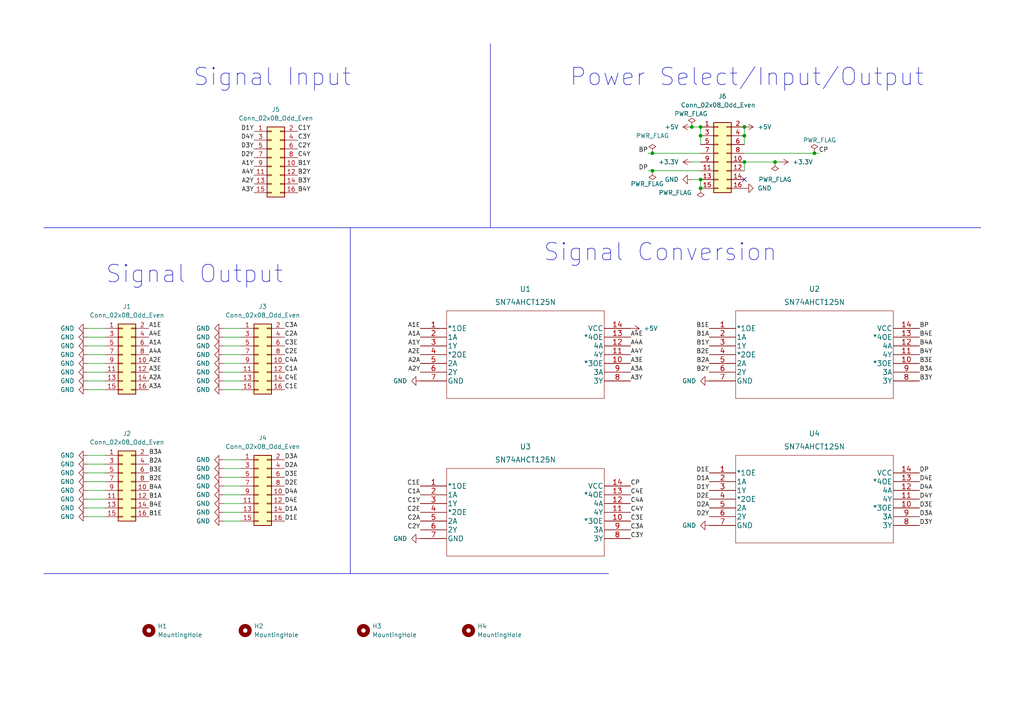
<source format=kicad_sch>
(kicad_sch (version 20230121) (generator eeschema)
  (paper "A4")
  (title_block (title "Buffered Level Shifter") (date "2022-09-12") (rev "4") (company "GrechTech"))
  (lib_symbols
    (symbol "2022-10-11_16-28-30:SN74AHCT125N" (pin_names (offset 0.254))
      (property "Reference" "U" (at 30.48 10.16 0))
      (property "Value" "SN74AHCT125N" (at 30.48 7.62 0))
      (symbol "SN74AHCT125N_1_1"
        (polyline (pts (xy 7.62 -20.32) (xy 53.34 -20.32)) (stroke (width 0.127)))
        (polyline (pts (xy 7.62 5.08) (xy 7.62 -20.32)) (stroke (width 0.127)))
        (polyline (pts (xy 53.34 -20.32) (xy 53.34 5.08)) (stroke (width 0.127)))
        (polyline (pts (xy 53.34 5.08) (xy 7.62 5.08)) (stroke (width 0.127)))
        (pin input line (at 0 0 0) (length 7.62) (name "*1OE") (number "1"))
        (pin input line (at 60.96 -10.16 180) (length 7.62) (name "*3OE") (number "10"))
        (pin unspecified line (at 60.96 -7.62 180) (length 7.62) (name "4Y") (number "11"))
        (pin input line (at 60.96 -5.08 180) (length 7.62) (name "4A") (number "12"))
        (pin input line (at 60.96 -2.54 180) (length 7.62) (name "*4OE") (number "13"))
        (pin power_in line (at 60.96 0 180) (length 7.62) (name "VCC") (number "14"))
        (pin input line (at 0 -2.54 0) (length 7.62) (name "1A") (number "2"))
        (pin unspecified line (at 0 -5.08 0) (length 7.62) (name "1Y") (number "3"))
        (pin input line (at 0 -7.62 0) (length 7.62) (name "*2OE") (number "4"))
        (pin input line (at 0 -10.16 0) (length 7.62) (name "2A") (number "5"))
        (pin unspecified line (at 0 -12.7 0) (length 7.62) (name "2Y") (number "6"))
        (pin power_in line (at 0 -15.24 0) (length 7.62) (name "GND") (number "7"))
        (pin unspecified line (at 60.96 -15.24 180) (length 7.62) (name "3Y") (number "8"))
        (pin input line (at 60.96 -12.7 180) (length 7.62) (name "3A") (number "9"))
      )
    )
    (symbol "Connector_Generic:Conn_02x08_Odd_Even" (pin_names (offset 1.016) hide)
      (property "Reference" "J" (at 1.27 10.16 0))
      (property "Value" "Conn_02x08_Odd_Even" (at 1.27 -12.7 0))
      (symbol "Conn_02x08_Odd_Even_1_1"
        (rectangle (start -1.27 -10.033) (end 0 -10.287) (stroke (width 0.1524)))
        (rectangle (start -1.27 -7.493) (end 0 -7.747) (stroke (width 0.1524)))
        (rectangle (start -1.27 -4.953) (end 0 -5.207) (stroke (width 0.1524)))
        (rectangle (start -1.27 -2.413) (end 0 -2.667) (stroke (width 0.1524)))
        (rectangle (start -1.27 0.127) (end 0 -0.127) (stroke (width 0.1524)))
        (rectangle (start -1.27 2.667) (end 0 2.413) (stroke (width 0.1524)))
        (rectangle (start -1.27 5.207) (end 0 4.953) (stroke (width 0.1524)))
        (rectangle (start -1.27 7.747) (end 0 7.493) (stroke (width 0.1524)))
        (rectangle (start -1.27 8.89) (end 3.81 -11.43) (stroke (width 0.254)) (fill (type background)))
        (rectangle (start 3.81 -10.033) (end 2.54 -10.287) (stroke (width 0.1524)))
        (rectangle (start 3.81 -7.493) (end 2.54 -7.747) (stroke (width 0.1524)))
        (rectangle (start 3.81 -4.953) (end 2.54 -5.207) (stroke (width 0.1524)))
        (rectangle (start 3.81 -2.413) (end 2.54 -2.667) (stroke (width 0.1524)))
        (rectangle (start 3.81 0.127) (end 2.54 -0.127) (stroke (width 0.1524)))
        (rectangle (start 3.81 2.667) (end 2.54 2.413) (stroke (width 0.1524)))
        (rectangle (start 3.81 5.207) (end 2.54 4.953) (stroke (width 0.1524)))
        (rectangle (start 3.81 7.747) (end 2.54 7.493) (stroke (width 0.1524)))
        (pin passive line (at -5.08 7.62 0) (length 3.81) (name "Pin_1") (number "1"))
        (pin passive line (at 7.62 -2.54 180) (length 3.81) (name "Pin_10") (number "10"))
        (pin passive line (at -5.08 -5.08 0) (length 3.81) (name "Pin_11") (number "11"))
        (pin passive line (at 7.62 -5.08 180) (length 3.81) (name "Pin_12") (number "12"))
        (pin passive line (at -5.08 -7.62 0) (length 3.81) (name "Pin_13") (number "13"))
        (pin passive line (at 7.62 -7.62 180) (length 3.81) (name "Pin_14") (number "14"))
        (pin passive line (at -5.08 -10.16 0) (length 3.81) (name "Pin_15") (number "15"))
        (pin passive line (at 7.62 -10.16 180) (length 3.81) (name "Pin_16") (number "16"))
        (pin passive line (at 7.62 7.62 180) (length 3.81) (name "Pin_2") (number "2"))
        (pin passive line (at -5.08 5.08 0) (length 3.81) (name "Pin_3") (number "3"))
        (pin passive line (at 7.62 5.08 180) (length 3.81) (name "Pin_4") (number "4"))
        (pin passive line (at -5.08 2.54 0) (length 3.81) (name "Pin_5") (number "5"))
        (pin passive line (at 7.62 2.54 180) (length 3.81) (name "Pin_6") (number "6"))
        (pin passive line (at -5.08 0 0) (length 3.81) (name "Pin_7") (number "7"))
        (pin passive line (at 7.62 0 180) (length 3.81) (name "Pin_8") (number "8"))
        (pin passive line (at -5.08 -2.54 0) (length 3.81) (name "Pin_9") (number "9"))
      )
    )
    (symbol "Mechanical:MountingHole" (pin_names (offset 1.016))
      (property "Reference" "H" (at 0 5.08 0))
      (property "Value" "MountingHole" (at 0 3.175 0))
      (symbol "MountingHole_0_1"
        (circle (center 0 0) (radius 1.27) (stroke (width 1.27)))
      )
    )
    (symbol "power:+3.3V" (power) (pin_names (offset 0))
      (property "Value" "+3.3V" (at 0 3.556 0))
      (symbol "+3.3V_0_1"
        (polyline (pts (xy -0.762 1.27) (xy 0 2.54)))
        (polyline (pts (xy 0 0) (xy 0 2.54)))
        (polyline (pts (xy 0 2.54) (xy 0.762 1.27)))
      )
      (symbol "+3.3V_1_1"
        (pin power_in line (at 0 0 90) (length 0) hide (name "+3.3V") (number "1"))
      )
    )
    (symbol "power:+5V" (power) (pin_names (offset 0))
      (property "Value" "+5V" (at 0 3.556 0))
      (symbol "+5V_0_1"
        (polyline (pts (xy -0.762 1.27) (xy 0 2.54)))
        (polyline (pts (xy 0 0) (xy 0 2.54)))
        (polyline (pts (xy 0 2.54) (xy 0.762 1.27)))
      )
      (symbol "+5V_1_1"
        (pin power_in line (at 0 0 90) (length 0) hide (name "+5V") (number "1"))
      )
    )
    (symbol "power:GND" (power) (pin_names (offset 0))
      (property "Value" "GND" (at 0 -3.81 0))
      (symbol "GND_0_1"
        (polyline (pts (xy 0 0) (xy 0 -1.27) (xy 1.27 -1.27) (xy 0 -2.54) (xy -1.27 -1.27) (xy 0 -1.27)))
      )
      (symbol "GND_1_1"
        (pin power_in line (at 0 0 270) (length 0) hide (name "GND") (number "1"))
      )
    )
    (symbol "power:PWR_FLAG" (power) (pin_numbers hide) (pin_names (offset 0) hide)
      (property "Value" "PWR_FLAG" (at 0 3.81 0))
      (symbol "PWR_FLAG_0_0"
        (pin power_out line (at 0 0 90) (length 0) (name "pwr") (number "1"))
      )
      (symbol "PWR_FLAG_0_1"
        (polyline (pts (xy 0 0) (xy 0 1.27) (xy -1.016 1.905) (xy 0 2.54) (xy 1.016 1.905) (xy 0 1.27)))
      )
    )
  )
  (junction (at 203.2 54.61))
  (junction (at 189.23 49.53))
  (junction (at 236.22 44.45))
  (junction (at 203.2 36.83))
  (junction (at 189.23 44.45))
  (junction (at 215.9 39.37))
  (junction (at 224.79 46.99))
  (junction (at 215.9 46.99))
  (junction (at 215.9 36.83))
  (junction (at 200.66 36.83))
  (junction (at 203.2 52.07))
  (junction (at 203.2 39.37))
  (no_connect (at 215.9 52.07))
  (wire (pts (xy 25.4 144.78) (xy 30.48 144.78)))
  (wire (pts (xy 25.4 95.25) (xy 30.48 95.25)))
  (wire (pts (xy 215.9 44.45) (xy 236.22 44.45)))
  (wire (pts (xy 64.77 135.89) (xy 69.85 135.89)))
  (wire (pts (xy 25.4 139.7) (xy 30.48 139.7)))
  (wire (pts (xy 64.77 113.03) (xy 69.85 113.03)))
  (wire (pts (xy 187.96 49.53) (xy 189.23 49.53)))
  (wire (pts (xy 64.77 102.87) (xy 69.85 102.87)))
  (wire (pts (xy 64.77 107.95) (xy 69.85 107.95)))
  (wire (pts (xy 200.66 46.99) (xy 203.2 46.99)))
  (wire (pts (xy 64.77 95.25) (xy 69.85 95.25)))
  (wire (pts (xy 25.4 147.32) (xy 30.48 147.32)))
  (wire (pts (xy 64.77 97.79) (xy 69.85 97.79)))
  (wire (pts (xy 64.77 133.35) (xy 69.85 133.35)))
  (wire (pts (xy 64.77 140.97) (xy 69.85 140.97)))
  (wire (pts (xy 224.79 46.99) (xy 226.06 46.99)))
  (wire (pts (xy 64.77 143.51) (xy 69.85 143.51)))
  (wire (pts (xy 189.23 44.45) (xy 187.96 44.45)))
  (wire (pts (xy 25.4 100.33) (xy 30.48 100.33)))
  (wire (pts (xy 25.4 132.08) (xy 30.48 132.08)))
  (polyline (pts (xy 12.7 166.37) (xy 176.53 166.37)))
  (wire (pts (xy 215.9 49.53) (xy 215.9 46.99)))
  (wire (pts (xy 200.66 52.07) (xy 203.2 52.07)))
  (wire (pts (xy 203.2 41.91) (xy 203.2 39.37)))
  (wire (pts (xy 25.4 142.24) (xy 30.48 142.24)))
  (wire (pts (xy 203.2 36.83) (xy 200.66 36.83)))
  (wire (pts (xy 203.2 52.07) (xy 203.2 54.61)))
  (wire (pts (xy 189.23 49.53) (xy 203.2 49.53)))
  (wire (pts (xy 25.4 102.87) (xy 30.48 102.87)))
  (wire (pts (xy 25.4 134.62) (xy 30.48 134.62)))
  (wire (pts (xy 237.49 44.45) (xy 236.22 44.45)))
  (wire (pts (xy 25.4 107.95) (xy 30.48 107.95)))
  (wire (pts (xy 25.4 113.03) (xy 30.48 113.03)))
  (wire (pts (xy 25.4 97.79) (xy 30.48 97.79)))
  (wire (pts (xy 25.4 110.49) (xy 30.48 110.49)))
  (wire (pts (xy 64.77 151.13) (xy 69.85 151.13)))
  (wire (pts (xy 25.4 149.86) (xy 30.48 149.86)))
  (wire (pts (xy 215.9 41.91) (xy 215.9 39.37)))
  (polyline (pts (xy 12.7 66.04) (xy 284.48 66.04)))
  (wire (pts (xy 64.77 105.41) (xy 69.85 105.41)))
  (wire (pts (xy 215.9 46.99) (xy 224.79 46.99)))
  (wire (pts (xy 64.77 146.05) (xy 69.85 146.05)))
  (wire (pts (xy 64.77 148.59) (xy 69.85 148.59)))
  (wire (pts (xy 64.77 110.49) (xy 69.85 110.49)))
  (polyline (pts (xy 142.24 12.7) (xy 142.24 66.04)))
  (polyline (pts (xy 101.6 66.04) (xy 101.6 166.37)))
  (wire (pts (xy 64.77 100.33) (xy 69.85 100.33)))
  (wire (pts (xy 215.9 39.37) (xy 215.9 36.83)))
  (wire (pts (xy 64.77 138.43) (xy 69.85 138.43)))
  (wire (pts (xy 25.4 105.41) (xy 30.48 105.41)))
  (wire (pts (xy 203.2 36.83) (xy 203.2 39.37)))
  (wire (pts (xy 203.2 44.45) (xy 189.23 44.45)))
  (wire (pts (xy 25.4 137.16) (xy 30.48 137.16)))
  (text "Power Select/Input/Output" (at 165.1 25.4 0) (effects (font (size 5 5)) (justify left bottom)))
  (text "Signal Conversion" (at 157.48 76.2 0) (effects (font (size 5 5)) (justify left bottom)))
  (text "Signal Input" (at 55.88 25.4 0) (effects (font (size 5 5)) (justify left bottom)))
  (text "Signal Output" (at 30.48 82.55 0) (effects (font (size 5 5)) (justify left bottom)))
  (label "C2Y" (at 121.92 153.67 180))
  (label "D4A" (at 82.55 143.51 0))
  (label "C2Y" (at 86.36 43.18 0))
  (label "A2E" (at 43.18 105.41 0))
  (label "C3A" (at 82.55 95.25 0))
  (label "A2Y" (at 121.92 107.95 180))
  (label "D4A" (at 266.7 142.24 0))
  (label "D2A" (at 205.74 147.32 180))
  (label "B4Y" (at 266.7 102.87 0))
  (label "D1A" (at 205.74 139.7 180))
  (label "D4E" (at 82.55 146.05 0))
  (label "B1A" (at 43.18 144.78 0))
  (label "C3E" (at 82.55 100.33 0))
  (label "B2Y" (at 205.74 107.95 180))
  (label "BP" (at 266.7 95.25 0))
  (label "A4E" (at 43.18 97.79 0))
  (label "B3E" (at 43.18 137.16 0))
  (label "D2Y" (at 205.74 149.86 180))
  (label "D4Y" (at 266.7 144.78 0))
  (label "A3Y" (at 73.66 55.88 180))
  (label "DP" (at 266.7 137.16 0))
  (label "C4Y" (at 182.88 148.59 0))
  (label "B2A" (at 43.18 134.62 0))
  (label "C1Y" (at 86.36 38.1 0))
  (label "D3Y" (at 266.7 152.4 0))
  (label "B1E" (at 43.18 149.86 0))
  (label "D3E" (at 266.7 147.32 0))
  (label "A1A" (at 121.92 97.79 180))
  (label "C4A" (at 182.88 146.05 0))
  (label "D2A" (at 82.55 135.89 0))
  (label "B1A" (at 205.74 97.79 180))
  (label "C4E" (at 82.55 110.49 0))
  (label "CP" (at 237.49 44.45 0))
  (label "A3E" (at 182.88 105.41 0))
  (label "D3A" (at 82.55 133.35 0))
  (label "C3A" (at 182.88 153.67 0))
  (label "B3A" (at 43.18 132.08 0))
  (label "A3E" (at 43.18 107.95 0))
  (label "B4Y" (at 86.36 55.88 0))
  (label "B4A" (at 266.7 100.33 0))
  (label "D2E" (at 82.55 140.97 0))
  (label "A3A" (at 43.18 113.03 0))
  (label "DP" (at 187.96 49.53 180))
  (label "A4A" (at 182.88 100.33 0))
  (label "D3Y" (at 73.66 43.18 180))
  (label "B1Y" (at 86.36 48.26 0))
  (label "C3Y" (at 182.88 156.21 0))
  (label "B3A" (at 266.7 107.95 0))
  (label "D2E" (at 205.74 144.78 180))
  (label "C1E" (at 82.55 113.03 0))
  (label "D4E" (at 266.7 139.7 0))
  (label "B3E" (at 266.7 105.41 0))
  (label "A4E" (at 182.88 97.79 0))
  (label "B1Y" (at 205.74 100.33 180))
  (label "C4A" (at 82.55 105.41 0))
  (label "C1Y" (at 121.92 146.05 180))
  (label "D4Y" (at 73.66 40.64 180))
  (label "B4A" (at 43.18 142.24 0))
  (label "D1Y" (at 73.66 38.1 180))
  (label "A2Y" (at 73.66 53.34 180))
  (label "A1Y" (at 121.92 100.33 180))
  (label "D3E" (at 82.55 138.43 0))
  (label "D1E" (at 205.74 137.16 180))
  (label "CP" (at 182.88 140.97 0))
  (label "C3Y" (at 86.36 40.64 0))
  (label "C2E" (at 82.55 102.87 0))
  (label "D2Y" (at 73.66 45.72 180))
  (label "D3A" (at 266.7 149.86 0))
  (label "A2E" (at 121.92 102.87 180))
  (label "B2A" (at 205.74 105.41 180))
  (label "A1E" (at 43.18 95.25 0))
  (label "B2Y" (at 86.36 50.8 0))
  (label "A2A" (at 121.92 105.41 180))
  (label "C1E" (at 121.92 140.97 180))
  (label "A1A" (at 43.18 100.33 0))
  (label "B3Y" (at 266.7 110.49 0))
  (label "B3Y" (at 86.36 53.34 0))
  (label "A1E" (at 121.92 95.25 180))
  (label "D1Y" (at 205.74 142.24 180))
  (label "B1E" (at 205.74 95.25 180))
  (label "C4E" (at 182.88 143.51 0))
  (label "BP" (at 187.96 44.45 180))
  (label "A4A" (at 43.18 102.87 0))
  (label "A3Y" (at 182.88 110.49 0))
  (label "B2E" (at 205.74 102.87 180))
  (label "A2A" (at 43.18 110.49 0))
  (label "C2A" (at 121.92 151.13 180))
  (label "C2A" (at 82.55 97.79 0))
  (label "A4Y" (at 73.66 50.8 180))
  (label "C1A" (at 82.55 107.95 0))
  (label "B4E" (at 266.7 97.79 0))
  (label "C3E" (at 182.88 151.13 0))
  (label "A1Y" (at 73.66 48.26 180))
  (label "D1A" (at 82.55 148.59 0))
  (label "D1E" (at 82.55 151.13 0))
  (label "C2E" (at 121.92 148.59 180))
  (label "B4E" (at 43.18 147.32 0))
  (label "C4Y" (at 86.36 45.72 0))
  (label "A3A" (at 182.88 107.95 0))
  (label "C1A" (at 121.92 143.51 180))
  (label "B2E" (at 43.18 139.7 0))
  (label "A4Y" (at 182.88 102.87 0))
  (symbol (lib_id "power:GND") (at 25.4 113.03 270) (unit 1)
    (property "Reference" "#PWR0137" (effects hide))
    (property "Value" "GND" (at 21.59 113.0299 90) (effects (justify right)))
  )
  (symbol (lib_id "power:GND") (at 25.4 144.78 270) (unit 1)
    (property "Reference" "#PWR0143" (effects hide))
    (property "Value" "GND" (at 21.59 144.7799 90) (effects (justify right)))
  )
  (symbol (lib_id "power:GND") (at 25.4 147.32 270) (unit 1)
    (property "Reference" "#PWR0145" (effects hide))
    (property "Value" "GND" (at 21.59 147.3199 90) (effects (justify right)))
  )
  (symbol (lib_id "power:GND") (at 25.4 142.24 270) (unit 1)
    (property "Reference" "#PWR0142" (effects hide))
    (property "Value" "GND" (at 21.59 142.2399 90) (effects (justify right)))
  )
  (symbol (lib_id "Connector_Generic:Conn_02x08_Odd_Even") (at 35.56 139.7 0) (unit 1)
    (property "Reference" "J2" (at 36.83 125.73 0))
    (property "Value" "Conn_02x08_Odd_Even" (at 36.83 128.27 0))
    (property "Footprint" "Connector_PinHeader_2.54mm:PinHeader_2x08_P2.54mm_Vertical" (effects hide))
  )
  (symbol (lib_id "power:GND") (at 25.4 105.41 270) (unit 1)
    (property "Reference" "#PWR0132" (effects hide))
    (property "Value" "GND" (at 21.59 105.4099 90) (effects (justify right)))
  )
  (symbol (lib_id "Connector_Generic:Conn_02x08_Odd_Even") (at 74.93 140.97 0) (unit 1)
    (property "Reference" "J4" (at 76.2 127 0))
    (property "Value" "Conn_02x08_Odd_Even" (at 76.2 129.54 0))
    (property "Footprint" "Connector_PinHeader_2.54mm:PinHeader_2x08_P2.54mm_Vertical" (effects hide))
  )
  (symbol (lib_id "power:GND") (at 25.4 100.33 270) (unit 1)
    (property "Reference" "#PWR0135" (effects hide))
    (property "Value" "GND" (at 21.59 100.3299 90) (effects (justify right)))
  )
  (symbol (lib_id "power:PWR_FLAG") (at 224.79 46.99 0) (mirror x) (unit 1)
    (property "Reference" "#FLG0101" (effects hide))
    (property "Value" "PWR_FLAG" (at 224.79 52.07 0))
  )
  (symbol (lib_id "power:GND") (at 64.77 138.43 270) (unit 1)
    (property "Reference" "#PWR0106" (effects hide))
    (property "Value" "GND" (at 60.96 138.4299 90) (effects (justify right)))
  )
  (symbol (lib_id "power:GND") (at 205.74 110.49 270) (unit 1)
    (property "Reference" "#PWR0120" (effects hide))
    (property "Value" "GND" (at 201.93 110.4899 90) (effects (justify right)))
  )
  (symbol (lib_id "power:+3.3V") (at 226.06 46.99 270) (mirror x) (unit 1)
    (property "Reference" "#PWR0124" (effects hide))
    (property "Value" "+3.3V" (at 229.87 46.9901 90) (effects (justify left)))
  )
  (symbol (lib_id "Connector_Generic:Conn_02x08_Odd_Even") (at 208.28 44.45 0) (unit 1)
    (property "Reference" "J6" (at 209.55 27.94 0))
    (property "Value" "Conn_02x08_Odd_Even" (at 208.28 30.48 0))
    (property "Footprint" "Connector_PinHeader_2.54mm:PinHeader_2x08_P2.54mm_Vertical" (effects hide))
  )
  (symbol (lib_id "power:GND") (at 64.77 97.79 270) (unit 1)
    (property "Reference" "#PWR0116" (effects hide))
    (property "Value" "GND" (at 60.96 97.7899 90) (effects (justify right)))
  )
  (symbol (lib_id "power:GND") (at 25.4 132.08 270) (unit 1)
    (property "Reference" "#PWR0138" (effects hide))
    (property "Value" "GND" (at 21.59 132.0799 90) (effects (justify right)))
  )
  (symbol (lib_id "2022-10-11_16-28-30:SN74AHCT125N") (at 205.74 137.16 0) (unit 1)
    (property "Reference" "U4" (at 236.22 125.73 0) (effects (font (size 1.524 1.524))))
    (property "Value" "SN74AHCT125N" (at 236.22 129.54 0) (effects (font (size 1.524 1.524))))
    (property "Footprint" "ul_SN74AHCT125N:SN74AHCT125N" (effects hide))
  )
  (symbol (lib_id "Connector_Generic:Conn_02x08_Odd_Even") (at 74.93 102.87 0) (unit 1)
    (property "Reference" "J3" (at 76.2 88.9 0))
    (property "Value" "Conn_02x08_Odd_Even" (at 76.2 91.44 0))
    (property "Footprint" "Connector_PinHeader_2.54mm:PinHeader_2x08_P2.54mm_Vertical" (effects hide))
  )
  (symbol (lib_id "power:GND") (at 64.77 100.33 270) (unit 1)
    (property "Reference" "#PWR0112" (effects hide))
    (property "Value" "GND" (at 60.96 100.3299 90) (effects (justify right)))
  )
  (symbol (lib_id "power:PWR_FLAG") (at 189.23 49.53 0) (mirror x) (unit 1)
    (property "Reference" "#FLG0106" (effects hide))
    (property "Value" "PWR_FLAG" (at 182.88 53.34 0) (effects (justify left)))
  )
  (symbol (lib_id "power:PWR_FLAG") (at 203.2 54.61 0) (mirror x) (unit 1)
    (property "Reference" "#FLG0108" (effects hide))
    (property "Value" "PWR_FLAG" (at 200.66 55.8799 0) (effects (justify right)))
  )
  (symbol (lib_id "Mechanical:MountingHole") (at 105.41 182.88 0) (unit 1)
    (property "Reference" "H3" (at 107.95 181.6099 0) (effects (justify left)))
    (property "Value" "MountingHole" (at 107.95 184.1499 0) (effects (justify left)))
    (property "Footprint" "MountingHole:MountingHole_2.7mm_M2.5" (effects hide))
  )
  (symbol (lib_id "power:GND") (at 64.77 95.25 270) (unit 1)
    (property "Reference" "#PWR0113" (effects hide))
    (property "Value" "GND" (at 60.96 95.2499 90) (effects (justify right)))
  )
  (symbol (lib_id "Mechanical:MountingHole") (at 135.89 182.88 0) (unit 1)
    (property "Reference" "H4" (at 138.43 181.6099 0) (effects (justify left)))
    (property "Value" "MountingHole" (at 138.43 184.1499 0) (effects (justify left)))
    (property "Footprint" "MountingHole:MountingHole_2.7mm_M2.5" (effects hide))
  )
  (symbol (lib_id "power:GND") (at 64.77 133.35 270) (unit 1)
    (property "Reference" "#PWR0102" (effects hide))
    (property "Value" "GND" (at 60.96 133.3499 90) (effects (justify right)))
  )
  (symbol (lib_id "power:GND") (at 121.92 110.49 270) (unit 1)
    (property "Reference" "#PWR0128" (effects hide))
    (property "Value" "GND" (at 118.11 110.4899 90) (effects (justify right)))
  )
  (symbol (lib_id "power:GND") (at 121.92 156.21 270) (unit 1)
    (property "Reference" "#PWR0117" (effects hide))
    (property "Value" "GND" (at 118.11 156.2099 90) (effects (justify right)))
  )
  (symbol (lib_id "2022-10-11_16-28-30:SN74AHCT125N") (at 121.92 95.25 0) (unit 1)
    (property "Reference" "U1" (at 152.4 83.82 0) (effects (font (size 1.524 1.524))))
    (property "Value" "SN74AHCT125N" (at 152.4 87.63 0) (effects (font (size 1.524 1.524))))
    (property "Footprint" "ul_SN74AHCT125N:SN74AHCT125N" (effects hide))
  )
  (symbol (lib_id "power:PWR_FLAG") (at 236.22 44.45 0) (mirror y) (unit 1)
    (property "Reference" "#FLG0109" (effects hide))
    (property "Value" "PWR_FLAG" (at 242.57 40.64 0) (effects (justify left)))
  )
  (symbol (lib_id "2022-10-11_16-28-30:SN74AHCT125N") (at 205.74 95.25 0) (unit 1)
    (property "Reference" "U2" (at 236.22 83.82 0) (effects (font (size 1.524 1.524))))
    (property "Value" "SN74AHCT125N" (at 236.22 87.63 0) (effects (font (size 1.524 1.524))))
    (property "Footprint" "ul_SN74AHCT125N:SN74AHCT125N" (effects hide))
  )
  (symbol (lib_id "power:GND") (at 64.77 107.95 270) (unit 1)
    (property "Reference" "#PWR0101" (effects hide))
    (property "Value" "GND" (at 60.96 107.9499 90) (effects (justify right)))
  )
  (symbol (lib_id "power:GND") (at 25.4 149.86 270) (unit 1)
    (property "Reference" "#PWR0146" (effects hide))
    (property "Value" "GND" (at 21.59 149.8599 90) (effects (justify right)))
  )
  (symbol (lib_id "power:+5V") (at 182.88 95.25 270) (unit 1)
    (property "Reference" "#PWR0129" (effects hide))
    (property "Value" "+5V" (at 186.69 95.2499 90) (effects (justify left)))
  )
  (symbol (lib_id "power:GND") (at 64.77 143.51 270) (unit 1)
    (property "Reference" "#PWR0108" (effects hide))
    (property "Value" "GND" (at 60.96 143.5099 90) (effects (justify right)))
  )
  (symbol (lib_id "power:GND") (at 64.77 151.13 270) (unit 1)
    (property "Reference" "#PWR0109" (effects hide))
    (property "Value" "GND" (at 60.96 151.1299 90) (effects (justify right)))
  )
  (symbol (lib_id "Mechanical:MountingHole") (at 71.12 182.88 0) (unit 1)
    (property "Reference" "H2" (at 73.66 181.6099 0) (effects (justify left)))
    (property "Value" "MountingHole" (at 73.66 184.1499 0) (effects (justify left)))
    (property "Footprint" "MountingHole:MountingHole_2.7mm_M2.5" (effects hide))
  )
  (symbol (lib_id "power:GND") (at 25.4 102.87 270) (unit 1)
    (property "Reference" "#PWR0131" (effects hide))
    (property "Value" "GND" (at 21.59 102.8699 90) (effects (justify right)))
  )
  (symbol (lib_id "Connector_Generic:Conn_02x08_Odd_Even") (at 35.56 102.87 0) (unit 1)
    (property "Reference" "J1" (at 36.83 88.9 0))
    (property "Value" "Conn_02x08_Odd_Even" (at 36.83 91.44 0))
    (property "Footprint" "Connector_PinHeader_2.54mm:PinHeader_2x08_P2.54mm_Vertical" (effects hide))
  )
  (symbol (lib_id "power:GND") (at 25.4 137.16 270) (unit 1)
    (property "Reference" "#PWR0144" (effects hide))
    (property "Value" "GND" (at 21.59 137.1599 90) (effects (justify right)))
  )
  (symbol (lib_id "power:GND") (at 215.9 54.61 90) (unit 1)
    (property "Reference" "#PWR0119" (effects hide))
    (property "Value" "GND" (at 219.71 54.6101 90) (effects (justify right)))
  )
  (symbol (lib_id "power:GND") (at 64.77 110.49 270) (unit 1)
    (property "Reference" "#PWR0105" (effects hide))
    (property "Value" "GND" (at 60.96 110.4899 90) (effects (justify right)))
  )
  (symbol (lib_id "power:GND") (at 64.77 105.41 270) (unit 1)
    (property "Reference" "#PWR0115" (effects hide))
    (property "Value" "GND" (at 60.96 105.4099 90) (effects (justify right)))
  )
  (symbol (lib_id "power:GND") (at 200.66 52.07 270) (unit 1)
    (property "Reference" "#PWR0123" (effects hide))
    (property "Value" "GND" (at 196.85 52.0699 90) (effects (justify right)))
  )
  (symbol (lib_id "power:+3.3V") (at 200.66 46.99 90) (mirror x) (unit 1)
    (property "Reference" "#PWR0122" (effects hide))
    (property "Value" "+3.3V" (at 196.85 46.9899 90) (effects (justify left)))
  )
  (symbol (lib_id "power:GND") (at 64.77 135.89 270) (unit 1)
    (property "Reference" "#PWR0103" (effects hide))
    (property "Value" "GND" (at 60.96 135.8899 90) (effects (justify right)))
  )
  (symbol (lib_id "power:GND") (at 25.4 97.79 270) (unit 1)
    (property "Reference" "#PWR0133" (effects hide))
    (property "Value" "GND" (at 21.59 97.7899 90) (effects (justify right)))
  )
  (symbol (lib_id "power:GND") (at 25.4 110.49 270) (unit 1)
    (property "Reference" "#PWR0140" (effects hide))
    (property "Value" "GND" (at 21.59 110.4899 90) (effects (justify right)))
  )
  (symbol (lib_id "power:GND") (at 64.77 102.87 270) (unit 1)
    (property "Reference" "#PWR0114" (effects hide))
    (property "Value" "GND" (at 60.96 102.8699 90) (effects (justify right)))
  )
  (symbol (lib_id "power:GND") (at 25.4 107.95 270) (unit 1)
    (property "Reference" "#PWR0134" (effects hide))
    (property "Value" "GND" (at 21.59 107.9499 90) (effects (justify right)))
  )
  (symbol (lib_id "Connector_Generic:Conn_02x08_Odd_Even") (at 78.74 45.72 0) (unit 1)
    (property "Reference" "J5" (at 80.01 31.75 0))
    (property "Value" "Conn_02x08_Odd_Even" (at 80.01 34.29 0))
    (property "Footprint" "Connector_PinHeader_2.54mm:PinHeader_2x08_P2.54mm_Vertical" (effects hide))
  )
  (symbol (lib_id "Mechanical:MountingHole") (at 43.18 182.88 0) (unit 1)
    (property "Reference" "H1" (at 45.72 181.6099 0) (effects (justify left)))
    (property "Value" "MountingHole" (at 45.72 184.1499 0) (effects (justify left)))
    (property "Footprint" "MountingHole:MountingHole_2.7mm_M2.5" (effects hide))
  )
  (symbol (lib_id "power:+5V") (at 200.66 36.83 90) (unit 1)
    (property "Reference" "#PWR0121" (effects hide))
    (property "Value" "+5V" (at 196.85 36.8299 90) (effects (justify left)))
  )
  (symbol (lib_id "power:GND") (at 25.4 95.25 270) (unit 1)
    (property "Reference" "#PWR0136" (effects hide))
    (property "Value" "GND" (at 21.59 95.2499 90) (effects (justify right)))
  )
  (symbol (lib_id "power:GND") (at 205.74 152.4 270) (unit 1)
    (property "Reference" "#PWR0118" (effects hide))
    (property "Value" "GND" (at 201.93 152.3999 90) (effects (justify right)))
  )
  (symbol (lib_id "power:PWR_FLAG") (at 200.66 36.83 0) (mirror y) (unit 1)
    (property "Reference" "#FLG0102" (effects hide))
    (property "Value" "PWR_FLAG" (at 195.58 33.02 0) (effects (justify right)))
  )
  (symbol (lib_id "power:+5V") (at 215.9 36.83 270) (unit 1)
    (property "Reference" "#PWR0126" (effects hide))
    (property "Value" "+5V" (at 219.71 36.8301 90) (effects (justify left)))
  )
  (symbol (lib_id "power:GND") (at 64.77 146.05 270) (unit 1)
    (property "Reference" "#PWR0107" (effects hide))
    (property "Value" "GND" (at 60.96 146.0499 90) (effects (justify right)))
  )
  (symbol (lib_id "power:GND") (at 25.4 134.62 270) (unit 1)
    (property "Reference" "#PWR0139" (effects hide))
    (property "Value" "GND" (at 21.59 134.6199 90) (effects (justify right)))
  )
  (symbol (lib_id "power:GND") (at 64.77 148.59 270) (unit 1)
    (property "Reference" "#PWR0110" (effects hide))
    (property "Value" "GND" (at 60.96 148.5899 90) (effects (justify right)))
  )
  (symbol (lib_id "power:GND") (at 25.4 139.7 270) (unit 1)
    (property "Reference" "#PWR0141" (effects hide))
    (property "Value" "GND" (at 21.59 139.6999 90) (effects (justify right)))
  )
  (symbol (lib_id "power:GND") (at 64.77 113.03 270) (unit 1)
    (property "Reference" "#PWR0104" (effects hide))
    (property "Value" "GND" (at 60.96 113.0299 90) (effects (justify right)))
  )
  (symbol (lib_id "2022-10-11_16-28-30:SN74AHCT125N") (at 121.92 140.97 0) (unit 1)
    (property "Reference" "U3" (at 152.4 129.54 0) (effects (font (size 1.524 1.524))))
    (property "Value" "SN74AHCT125N" (at 152.4 133.35 0) (effects (font (size 1.524 1.524))))
    (property "Footprint" "ul_SN74AHCT125N:SN74AHCT125N" (effects hide))
  )
  (symbol (lib_id "power:PWR_FLAG") (at 189.23 44.45 0) (mirror y) (unit 1)
    (property "Reference" "#FLG0105" (effects hide))
    (property "Value" "PWR_FLAG" (at 189.23 39.37 0))
  )
  (symbol (lib_id "power:GND") (at 64.77 140.97 270) (unit 1)
    (property "Reference" "#PWR0111" (effects hide))
    (property "Value" "GND" (at 60.96 140.9699 90) (effects (justify right)))
  )
)
</source>
